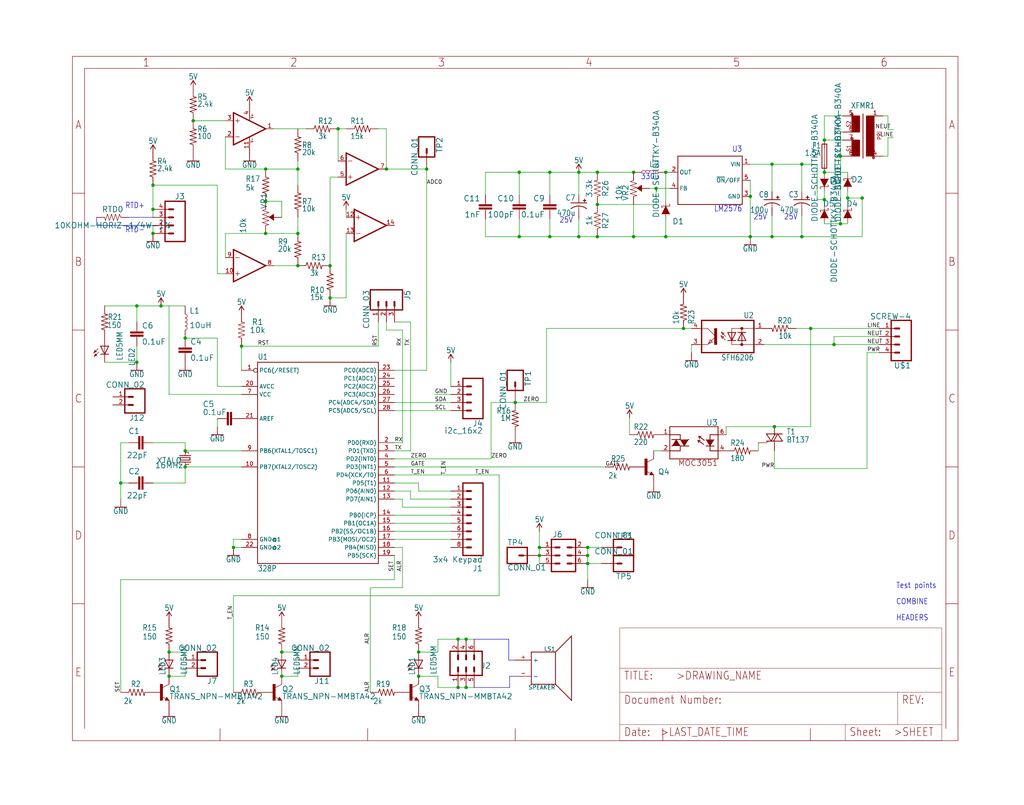
<source format=kicad_sch>
(kicad_sch (version 20220622) (generator eeschema)
  (paper "User" 323.088 254.051)
  (junction (at 185.42 177.8))
  (junction (at 104.14 83.82))
  (junction (at 53.34 213.36))
  (junction (at 58.42 147.32))
  (junction (at 199.898 54.356))
  (junction (at 121.92 53.34))
  (junction (at 263.144 108.712))
  (junction (at 243.586 74.676))
  (junction (at 73.66 172.72))
  (junction (at 38.1 152.4))
  (junction (at 188.468 54.356))
  (junction (at 104.14 93.98))
  (junction (at 260.096 54.356))
  (junction (at 163.83 74.676))
  (junction (at 188.468 64.516))
  (junction (at 48.26 66.04))
  (junction (at 244.348 134.62))
  (junction (at 188.468 74.676))
  (junction (at 132.08 205.74))
  (junction (at 48.26 58.42))
  (junction (at 134.62 53.34))
  (junction (at 93.98 73.66))
  (junction (at 182.626 54.356))
  (junction (at 147.066 216.916))
  (junction (at 265.176 70.612))
  (junction (at 255.778 103.632))
  (junction (at 58.42 142.24))
  (junction (at 267.462 62.484))
  (junction (at 53.34 205.74))
  (junction (at 265.176 49.276))
  (junction (at 93.98 53.34))
  (junction (at 260.096 44.196))
  (junction (at 210.058 74.676))
  (junction (at 83.82 53.34))
  (junction (at 210.058 54.356))
  (junction (at 272.034 62.484))
  (junction (at 236.728 74.676))
  (junction (at 147.066 201.676))
  (junction (at 83.82 63.5))
  (junction (at 132.08 213.36))
  (junction (at 50.8 96.52))
  (junction (at 185.42 175.26))
  (junction (at 252.984 74.676))
  (junction (at 60.96 38.1))
  (junction (at 252.984 51.816))
  (junction (at 58.42 106.68))
  (junction (at 88.9 205.74))
  (junction (at 76.2 109.22))
  (junction (at 88.9 213.36))
  (junction (at 83.82 73.66))
  (junction (at 93.98 83.82))
  (junction (at 173.482 74.676))
  (junction (at 163.83 54.356))
  (junction (at 260.096 62.992))
  (junction (at 207.01 59.436))
  (junction (at 236.728 61.976))
  (junction (at 162.56 127))
  (junction (at 182.626 74.676))
  (junction (at 43.18 96.52))
  (junction (at 199.898 74.676))
  (junction (at 215.646 103.632))
  (junction (at 185.42 172.72))
  (junction (at 43.18 114.3))
  (junction (at 48.26 73.66))
  (junction (at 243.586 51.816))
  (junction (at 170.18 172.72))
  (junction (at 144.526 201.676))
  (junction (at 144.526 216.916))
  (junction (at 173.482 54.356))
  (junction (at 106.68 40.64))
  (junction (at 170.18 175.26))
  (wire (pts (xy 38.1 218.44) (xy 38.1 182.88)))
  (wire (pts (xy 170.18 172.72) (xy 170.18 167.64)))
  (wire (pts (xy 281.94 40.894) (xy 280.162 40.894)))
  (wire (pts (xy 211.328 54.356) (xy 210.058 54.356)))
  (wire (pts (xy 127 160.02) (xy 127 157.48)))
  (wire (pts (xy 124.46 162.56) (xy 142.24 162.56)))
  (wire (pts (xy 127 104.14) (xy 121.92 104.14)))
  (wire (pts (xy 207.01 59.436) (xy 204.978 59.436)))
  (wire (pts (xy 260.096 44.196) (xy 260.096 36.576)))
  (wire (pts (xy 76.2 124.46) (xy 53.34 124.46)))
  (wire (pts (xy 68.58 121.92) (xy 68.58 106.68)))
  (wire (pts (xy 153.162 61.468) (xy 153.162 54.356)))
  (wire (pts (xy 142.24 114.3) (xy 142.24 121.92)))
  (wire (pts (xy 153.162 69.088) (xy 153.162 74.676)))
  (wire (pts (xy 93.98 205.74) (xy 88.9 205.74)))
  (wire (pts (xy 76.2 109.22) (xy 119.38 109.22)))
  (wire (pts (xy 182.626 54.356) (xy 188.468 54.356)))
  (wire (pts (xy 147.066 216.916) (xy 149.606 216.916)))
  (wire (pts (xy 73.66 172.72) (xy 73.66 170.18)))
  (wire (pts (xy 173.482 69.088) (xy 173.482 74.676)))
  (wire (pts (xy 132.08 154.94) (xy 132.08 152.4)))
  (wire (pts (xy 280.162 43.434) (xy 280.162 49.276)))
  (wire (pts (xy 163.83 54.356) (xy 173.482 54.356)))
  (wire (pts (xy 153.162 74.676) (xy 163.83 74.676)))
  (polyline (pts (xy 162.56 208.28) (xy 160.528 208.28)))
  (wire (pts (xy 157.48 187.96) (xy 157.48 149.86)))
  (wire (pts (xy 109.22 40.64) (xy 106.68 40.64)))
  (wire (pts (xy 267.462 54.356) (xy 267.462 55.118)))
  (wire (pts (xy 243.586 60.452) (xy 243.586 51.816)))
  (wire (pts (xy 124.46 129.54) (xy 142.24 129.54)))
  (wire (pts (xy 185.42 175.26) (xy 185.42 177.8)))
  (wire (pts (xy 33.02 114.3) (xy 43.18 114.3)))
  (wire (pts (xy 260.096 70.104) (xy 260.096 70.612)))
  (wire (pts (xy 124.46 149.86) (xy 157.48 149.86)))
  (wire (pts (xy 251.206 103.632) (xy 255.778 103.632)))
  (wire (pts (xy 124.46 144.78) (xy 154.94 144.78)))
  (polyline (pts (xy 160.782 216.916) (xy 160.782 213.36)))
  (wire (pts (xy 142.24 154.94) (xy 132.08 154.94)))
  (wire (pts (xy 236.728 74.676) (xy 210.058 74.676)))
  (wire (pts (xy 93.98 208.28) (xy 93.98 205.74)))
  (wire (pts (xy 134.62 116.84) (xy 134.62 53.34)))
  (wire (pts (xy 263.144 106.172) (xy 277.368 106.172)))
  (wire (pts (xy 172.466 103.632) (xy 215.646 103.632)))
  (wire (pts (xy 243.586 68.072) (xy 243.586 74.676)))
  (wire (pts (xy 129.54 142.24) (xy 129.54 101.6)))
  (wire (pts (xy 53.34 96.52) (xy 53.34 124.46)))
  (wire (pts (xy 144.526 201.676) (xy 147.066 201.676)))
  (wire (pts (xy 121.92 53.34) (xy 134.62 53.34)))
  (wire (pts (xy 154.94 144.78) (xy 154.94 127)))
  (wire (pts (xy 260.096 62.992) (xy 260.096 65.024)))
  (wire (pts (xy 260.096 36.576) (xy 265.938 36.576)))
  (wire (pts (xy 127 185.42) (xy 116.84 185.42)))
  (wire (pts (xy 265.176 49.276) (xy 265.176 70.612)))
  (wire (pts (xy 265.176 41.656) (xy 265.176 49.276)))
  (wire (pts (xy 208.788 142.24) (xy 206.248 142.24)))
  (wire (pts (xy 265.176 70.612) (xy 267.462 70.612)))
  (wire (pts (xy 58.42 208.28) (xy 58.42 205.74)))
  (wire (pts (xy 58.42 205.74) (xy 53.34 205.74)))
  (wire (pts (xy 73.66 218.44) (xy 73.66 187.96)))
  (wire (pts (xy 138.176 216.916) (xy 144.526 216.916)))
  (wire (pts (xy 53.34 213.36) (xy 58.42 213.36)))
  (wire (pts (xy 257.81 62.992) (xy 257.81 51.816)))
  (wire (pts (xy 48.26 66.04) (xy 48.26 58.42)))
  (wire (pts (xy 182.626 69.088) (xy 182.626 74.676)))
  (polyline (pts (xy 30.48 71.12) (xy 30.48 68.58)))
  (wire (pts (xy 255.778 103.632) (xy 277.368 103.632)))
  (wire (pts (xy 38.1 139.7) (xy 38.1 152.4)))
  (wire (pts (xy 273.558 147.828) (xy 273.558 111.252)))
  (wire (pts (xy 132.08 213.36) (xy 138.176 213.36)))
  (wire (pts (xy 199.898 64.516) (xy 199.898 74.676)))
  (wire (pts (xy 129.54 101.6) (xy 124.46 101.6)))
  (wire (pts (xy 71.12 86.36) (xy 68.58 86.36)))
  (wire (pts (xy 121.92 104.14) (xy 121.92 101.6)))
  (wire (pts (xy 71.12 73.66) (xy 83.82 73.66)))
  (wire (pts (xy 138.176 205.74) (xy 138.176 201.676)))
  (wire (pts (xy 124.46 170.18) (xy 142.24 170.18)))
  (wire (pts (xy 260.096 60.198) (xy 260.096 62.992)))
  (wire (pts (xy 243.586 51.816) (xy 252.984 51.816)))
  (wire (pts (xy 280.162 49.276) (xy 278.638 49.276)))
  (wire (pts (xy 88.9 213.36) (xy 93.98 213.36)))
  (wire (pts (xy 162.56 127) (xy 172.466 127)))
  (wire (pts (xy 163.83 74.676) (xy 173.482 74.676)))
  (wire (pts (xy 104.14 93.98) (xy 109.22 93.98)))
  (wire (pts (xy 124.46 172.72) (xy 127 172.72)))
  (wire (pts (xy 182.626 74.676) (xy 188.468 74.676)))
  (wire (pts (xy 83.82 73.66) (xy 93.98 73.66)))
  (wire (pts (xy 198.628 137.16) (xy 198.628 131.826)))
  (wire (pts (xy 68.58 58.42) (xy 48.26 58.42)))
  (wire (pts (xy 199.898 74.676) (xy 188.468 74.676)))
  (wire (pts (xy 277.368 111.252) (xy 273.558 111.252)))
  (wire (pts (xy 207.01 64.516) (xy 207.01 59.436)))
  (wire (pts (xy 83.82 53.34) (xy 93.98 53.34)))
  (wire (pts (xy 43.18 96.52) (xy 43.18 101.6)))
  (wire (pts (xy 43.18 114.3) (xy 43.18 109.22)))
  (wire (pts (xy 132.08 205.74) (xy 138.176 205.74)))
  (wire (pts (xy 277.368 108.712) (xy 263.144 108.712)))
  (wire (pts (xy 210.058 63.754) (xy 210.058 54.356)))
  (wire (pts (xy 88.9 68.58) (xy 88.9 63.5)))
  (wire (pts (xy 244.348 134.62) (xy 255.778 134.62)))
  (wire (pts (xy 265.938 41.656) (xy 265.176 41.656)))
  (wire (pts (xy 236.728 51.816) (xy 243.586 51.816)))
  (wire (pts (xy 188.468 54.356) (xy 199.898 54.356)))
  (polyline (pts (xy 40.64 68.58) (xy 48.26 68.58)))
  (wire (pts (xy 147.066 216.916) (xy 144.526 216.916)))
  (wire (pts (xy 93.98 213.36) (xy 93.98 210.82)))
  (wire (pts (xy 88.9 63.5) (xy 83.82 63.5)))
  (wire (pts (xy 281.94 43.434) (xy 280.162 43.434)))
  (wire (pts (xy 40.64 152.4) (xy 38.1 152.4)))
  (wire (pts (xy 68.58 86.36) (xy 68.58 58.42)))
  (wire (pts (xy 241.046 108.712) (xy 263.144 108.712)))
  (wire (pts (xy 71.12 53.34) (xy 83.82 53.34)))
  (wire (pts (xy 124.46 139.7) (xy 127 139.7)))
  (wire (pts (xy 260.096 62.992) (xy 257.81 62.992)))
  (wire (pts (xy 280.162 36.576) (xy 278.638 36.576)))
  (wire (pts (xy 163.83 69.088) (xy 163.83 74.676)))
  (wire (pts (xy 50.8 96.52) (xy 43.18 96.52)))
  (wire (pts (xy 280.162 40.894) (xy 280.162 36.576)))
  (wire (pts (xy 173.482 54.356) (xy 182.626 54.356)))
  (polyline (pts (xy 160.528 201.676) (xy 149.606 201.676)))
  (wire (pts (xy 218.186 108.712) (xy 218.186 111.252)))
  (wire (pts (xy 252.984 74.676) (xy 243.586 74.676)))
  (wire (pts (xy 267.462 62.484) (xy 272.034 62.484)))
  (wire (pts (xy 71.12 81.28) (xy 71.12 73.66)))
  (wire (pts (xy 104.14 55.88) (xy 104.14 83.82)))
  (wire (pts (xy 106.68 40.64) (xy 106.68 50.8)))
  (wire (pts (xy 38.1 182.88) (xy 124.46 182.88)))
  (wire (pts (xy 173.482 74.676) (xy 182.626 74.676)))
  (wire (pts (xy 185.42 172.72) (xy 189.738 172.72)))
  (wire (pts (xy 206.248 152.4) (xy 206.248 152.654)))
  (wire (pts (xy 210.058 74.676) (xy 199.898 74.676)))
  (wire (pts (xy 252.984 60.452) (xy 252.984 51.816)))
  (wire (pts (xy 172.466 127) (xy 172.466 103.632)))
  (wire (pts (xy 272.034 74.676) (xy 252.984 74.676)))
  (wire (pts (xy 58.42 106.68) (xy 68.58 106.68)))
  (wire (pts (xy 124.46 182.88) (xy 124.46 175.26)))
  (wire (pts (xy 185.42 175.26) (xy 185.42 172.72)))
  (wire (pts (xy 48.26 71.12) (xy 48.26 73.66)))
  (wire (pts (xy 93.98 73.66) (xy 93.98 68.58)))
  (wire (pts (xy 73.66 170.18) (xy 76.2 170.18)))
  (wire (pts (xy 58.42 213.36) (xy 58.42 210.82)))
  (wire (pts (xy 252.984 68.072) (xy 252.984 74.676)))
  (wire (pts (xy 211.328 59.436) (xy 207.01 59.436)))
  (wire (pts (xy 124.46 147.32) (xy 191.008 147.32)))
  (wire (pts (xy 127 157.48) (xy 124.46 157.48)))
  (wire (pts (xy 68.58 121.92) (xy 76.2 121.92)))
  (wire (pts (xy 86.36 83.82) (xy 93.98 83.82)))
  (wire (pts (xy 260.096 44.196) (xy 265.938 44.196)))
  (wire (pts (xy 58.42 152.4) (xy 48.26 152.4)))
  (wire (pts (xy 182.626 61.468) (xy 182.626 54.356)))
  (wire (pts (xy 116.84 185.42) (xy 116.84 218.44)))
  (wire (pts (xy 243.586 74.676) (xy 236.728 74.676)))
  (wire (pts (xy 121.92 40.64) (xy 119.38 40.64)))
  (wire (pts (xy 272.034 62.484) (xy 272.034 74.676)))
  (wire (pts (xy 124.46 116.84) (xy 134.62 116.84)))
  (wire (pts (xy 142.24 124.46) (xy 137.16 124.46)))
  (wire (pts (xy 255.778 134.62) (xy 255.778 103.632)))
  (wire (pts (xy 58.42 147.32) (xy 58.42 152.4)))
  (wire (pts (xy 215.646 103.632) (xy 218.186 103.632)))
  (wire (pts (xy 170.18 177.8) (xy 170.18 175.26)))
  (wire (pts (xy 185.42 177.8) (xy 185.42 182.88)))
  (wire (pts (xy 76.2 109.22) (xy 76.2 116.84)))
  (wire (pts (xy 76.2 147.32) (xy 58.42 147.32)))
  (wire (pts (xy 93.98 53.34) (xy 93.98 58.42)))
  (wire (pts (xy 121.92 53.34) (xy 121.92 40.64)))
  (wire (pts (xy 33.02 96.52) (xy 43.18 96.52)))
  (wire (pts (xy 260.096 70.612) (xy 265.176 70.612)))
  (wire (pts (xy 154.94 127) (xy 162.56 127)))
  (wire (pts (xy 265.176 49.276) (xy 265.938 49.276)))
  (wire (pts (xy 109.22 68.58) (xy 109.22 66.04)))
  (wire (pts (xy 58.42 142.24) (xy 76.2 142.24)))
  (wire (pts (xy 263.144 108.712) (xy 263.144 106.172)))
  (wire (pts (xy 138.176 201.676) (xy 144.526 201.676)))
  (wire (pts (xy 272.034 62.484) (xy 272.288 62.484)))
  (wire (pts (xy 124.46 142.24) (xy 129.54 142.24)))
  (polyline (pts (xy 160.528 208.28) (xy 160.528 201.676)))
  (wire (pts (xy 129.54 157.48) (xy 142.24 157.48)))
  (wire (pts (xy 142.24 160.02) (xy 127 160.02)))
  (wire (pts (xy 210.058 68.834) (xy 210.058 74.676)))
  (wire (pts (xy 127 185.42) (xy 127 172.72)))
  (wire (pts (xy 40.64 139.7) (xy 38.1 139.7)))
  (wire (pts (xy 229.108 134.62) (xy 229.108 137.16)))
  (wire (pts (xy 244.348 142.24) (xy 244.348 147.828)))
  (wire (pts (xy 68.58 132.08) (xy 68.58 134.62)))
  (wire (pts (xy 188.468 64.516) (xy 207.01 64.516)))
  (wire (pts (xy 173.482 61.468) (xy 173.482 54.356)))
  (wire (pts (xy 119.38 101.6) (xy 119.38 109.22)))
  (wire (pts (xy 73.66 187.96) (xy 157.48 187.96)))
  (wire (pts (xy 124.46 165.1) (xy 142.24 165.1)))
  (wire (pts (xy 48.26 139.7) (xy 58.42 139.7)))
  (polyline (pts (xy 162.56 213.36) (xy 160.782 213.36)))
  (wire (pts (xy 239.268 139.7) (xy 239.268 142.24)))
  (wire (pts (xy 185.42 177.8) (xy 189.738 177.8)))
  (wire (pts (xy 129.54 154.94) (xy 129.54 157.48)))
  (wire (pts (xy 138.176 213.36) (xy 138.176 216.916)))
  (wire (pts (xy 127 139.7) (xy 127 104.14)))
  (wire (pts (xy 153.162 54.356) (xy 163.83 54.356)))
  (wire (pts (xy 229.108 134.62) (xy 244.348 134.62)))
  (wire (pts (xy 86.36 40.64) (xy 96.52 40.64)))
  (wire (pts (xy 147.066 201.676) (xy 149.606 201.676)))
  (polyline (pts (xy 48.26 71.12) (xy 30.48 71.12)))
  (wire (pts (xy 38.1 152.4) (xy 38.1 157.48)))
  (wire (pts (xy 170.18 175.26) (xy 170.18 172.72)))
  (polyline (pts (xy 149.606 216.916) (xy 160.782 216.916)))
  (wire (pts (xy 132.08 152.4) (xy 124.46 152.4)))
  (wire (pts (xy 267.462 62.484) (xy 267.462 60.198)))
  (wire (pts (xy 104.14 55.88) (xy 106.68 55.88)))
  (wire (pts (xy 244.348 147.828) (xy 273.558 147.828)))
  (wire (pts (xy 163.83 61.468) (xy 163.83 54.356)))
  (wire (pts (xy 76.2 172.72) (xy 73.66 172.72)))
  (wire (pts (xy 124.46 127) (xy 142.24 127)))
  (wire (pts (xy 236.728 56.896) (xy 236.728 61.976)))
  (wire (pts (xy 260.096 54.356) (xy 267.462 54.356)))
  (wire (pts (xy 236.728 74.676) (xy 236.728 61.976)))
  (wire (pts (xy 93.98 53.34) (xy 93.98 50.8)))
  (wire (pts (xy 124.46 167.64) (xy 142.24 167.64)))
  (wire (pts (xy 48.26 68.58) (xy 48.26 66.04)))
  (wire (pts (xy 124.46 154.94) (xy 129.54 154.94)))
  (wire (pts (xy 50.8 96.52) (xy 58.42 96.52)))
  (wire (pts (xy 267.462 65.024) (xy 267.462 62.484)))
  (wire (pts (xy 71.12 43.18) (xy 71.12 53.34)))
  (wire (pts (xy 109.22 93.98) (xy 109.22 73.66)))
  (wire (pts (xy 58.42 139.7) (xy 58.42 142.24)))
  (wire (pts (xy 260.096 55.118) (xy 260.096 54.356)))
  (wire (pts (xy 267.462 70.612) (xy 267.462 70.104)))
  (wire (pts (xy 71.12 38.1) (xy 60.96 38.1)))
  (wire (pts (xy 252.984 51.816) (xy 257.81 51.816)))
  (text "330u" (at 208.026 56.896 0) (effects (font (size 1.778 1.5113)) (justify right bottom)))
  (text "RTD-" (at 45.72 73.66 0) (effects (font (size 1.778 1.5113)) (justify right bottom)))
  (text "25V" (at 251.714 69.596 0) (effects (font (size 1.778 1.5113)) (justify right bottom)))
  (text "COMBINE" (at 282.702 191.008 0) (effects (font (size 1.778 1.5113)) (justify left bottom)))
  (text "Test points" (at 282.702 185.928 0) (effects (font (size 1.778 1.5113)) (justify left bottom)))
  (text "U3" (at 234.188 48.26 0) (effects (font (size 1.778 1.5113)) (justify right bottom)))
  (text "25V" (at 242.062 69.596 0) (effects (font (size 1.778 1.5113)) (justify right bottom)))
  (text "RTD+" (at 45.72 66.04 0) (effects (font (size 1.778 1.5113)) (justify right bottom)))
  (text "LM2576" (at 234.188 67.056 0) (effects (font (size 1.778 1.5113)) (justify right bottom)))
  (text "25V" (at 180.848 70.612 0) (effects (font (size 1.778 1.5113)) (justify right bottom)))
  (text "HEADERS" (at 282.702 196.088 0) (effects (font (size 1.778 1.5113)) (justify left bottom)))
  (label "TX" (at 124.46 142.24 0) (effects (font (size 1.2446 1.2446))))
  (label "ZERO" (at 154.94 144.78 0) (effects (font (size 1.2446 1.2446))))
  (label "NEUT" (at 273.558 106.172 0) (effects (font (size 1.2446 1.2446))))
  (label "RX" (at 127 109.22 90) (effects (font (size 1.2446 1.2446))))
  (label "LINE" (at 273.558 103.632 0) (effects (font (size 1.2446 1.2446))))
  (label "SDA" (at 137.16 127 0) (effects (font (size 1.2446 1.2446))))
  (label "ALR" (at 116.84 203.2 90) (effects (font (size 1.2446 1.2446))))
  (label "T_EN" (at 149.86 149.86 0) (effects (font (size 1.2446 1.2446))))
  (label "NEUT" (at 273.558 108.712 0) (effects (font (size 1.2446 1.2446))))
  (label "SET" (at 38.1 218.44 90) (effects (font (size 1.2446 1.2446))))
  (label "TX" (at 129.54 109.22 90) (effects (font (size 1.2446 1.2446))))
  (label "GATE" (at 191.008 147.32 0) (effects (font (size 1.2446 1.2446))))
  (label "ZERO" (at 165.1 127 0) (effects (font (size 1.2446 1.2446))))
  (label "ALR" (at 116.84 218.44 90) (effects (font (size 1.2446 1.2446))))
  (label "NEUT" (at 281.051 40.894 180) (effects (font (size 1.2446 1.2446))))
  (label "RST" (at 119.38 109.22 90) (effects (font (size 1.2446 1.2446))))
  (label "RX" (at 124.46 139.7 0) (effects (font (size 1.2446 1.2446))))
  (label "RST" (at 81.28 109.22 0) (effects (font (size 1.2446 1.2446))))
  (label "T_EN" (at 140.97 149.86 90) (effects (font (size 1.2446 1.2446))))
  (label "GND" (at 137.16 124.46 0) (effects (font (size 1.2446 1.2446))))
  (label "T_EN" (at 73.66 195.58 90) (effects (font (size 1.2446 1.2446))))
  (label "ZERO" (at 129.54 144.78 0) (effects (font (size 1.2446 1.2446))))
  (label "SCL" (at 137.16 129.54 0) (effects (font (size 1.2446 1.2446))))
  (label "LINE" (at 281.94 43.434 180) (effects (font (size 1.2446 1.2446))))
  (label "SET" (at 124.46 180.34 90) (effects (font (size 1.2446 1.2446))))
  (label "PWR" (at 244.348 147.828 180) (effects (font (size 1.2446 1.2446))))
  (label "PWR" (at 273.558 111.252 0) (effects (font (size 1.2446 1.2446))))
  (label "GATE" (at 129.54 147.32 0) (effects (font (size 1.2446 1.2446))))
  (label "T_EN" (at 129.54 149.86 0) (effects (font (size 1.2446 1.2446))))
  (label "ALR" (at 127 180.34 90) (effects (font (size 1.2446 1.2446))))
  (label "ADC0" (at 134.62 58.42 0) (effects (font (size 1.2446 1.2446))))
  (symbol (lib_id "Granny Safe all Inclusive-eagle-import:ATMEGA328P_PDIP") (at 99.06 142.24 0) (unit 1)
    (default_instance (reference "U") (unit 1) (value "") (footprint ""))
    (property "Reference" "U1" (at 81.28 113.538 0) (effects (font (size 1.778 1.5113)) (justify left bottom)))
    (property "Value" "328P" (at 81.28 180.34 0) (effects (font (size 1.778 1.5113)) (justify left bottom)))
    (property "Footprint" "Granny Safe all Inclusive:DIP28" (effects hide))
  )
  (symbol (lib_id "Granny Safe all Inclusive-eagle-import:1.0NF{slash}1000PF-0603-50V-10%") (at 153.162 66.548 0) (mirror y) (unit 1)
    (default_instance (reference "U") (unit 1) (value "") (footprint ""))
    (property "Reference" "C11" (at 151.638 63.627 0) (effects (font (size 1.778 1.778)) (justify left bottom)))
    (property "Value" "1nF" (at 151.638 68.707 0) (effects (font (size 1.778 1.778)) (justify left bottom)))
    (property "Footprint" "Granny Safe all Inclusive:0603" (effects hide))
  )
  (symbol (lib_id "Granny Safe all Inclusive-eagle-import:GND") (at 185.42 185.42 0) (unit 1)
    (default_instance (reference "U") (unit 1) (value "") (footprint ""))
    (property "Reference" "#GND6" (effects hide))
    (property "Value" "GND" (at 185.42 185.674 0) (effects (font (size 1.778 1.5113)) (justify top)))
    (property "Footprint" "Granny Safe all Inclusive:" (effects hide))
  )
  (symbol (lib_id "Granny Safe all Inclusive-eagle-import:TRANS_NPN-MMBTA42") (at 203.708 147.32 0) (unit 1)
    (default_instance (reference "U") (unit 1) (value "") (footprint ""))
    (property "Reference" "Q4" (at 207.518 149.86 0) (effects (font (size 1.778 1.778)) (justify left bottom)))
    (property "Value" "2N3904" (effects hide))
    (property "Footprint" "Granny Safe all Inclusive:SOT23-3" (effects hide))
  )
  (symbol (lib_id "Granny Safe all Inclusive-eagle-import:R-US_R0603") (at 114.3 40.64 0) (unit 1)
    (default_instance (reference "U") (unit 1) (value "") (footprint ""))
    (property "Reference" "R11" (at 110.49 39.1414 0) (effects (font (size 1.778 1.5113)) (justify left bottom)))
    (property "Value" "15k" (at 110.49 43.942 0) (effects (font (size 1.778 1.5113)) (justify left bottom)))
    (property "Footprint" "Granny Safe all Inclusive:R0603" (effects hide))
  )
  (symbol (lib_id "Granny Safe all Inclusive-eagle-import:CONN_04") (at 147.32 124.46 180) (unit 1)
    (default_instance (reference "U") (unit 1) (value "") (footprint ""))
    (property "Reference" "J4" (at 152.4 132.588 0) (effects (font (size 1.778 1.778)) (justify left bottom)))
    (property "Value" "i2c_16x2" (at 152.4 134.874 0) (effects (font (size 1.778 1.778)) (justify left bottom)))
    (property "Footprint" "Granny Safe all Inclusive:1X04" (effects hide))
  )
  (symbol (lib_id "Granny Safe all Inclusive-eagle-import:CPOL-USE2-5") (at 243.586 62.992 0) (mirror y) (unit 1)
    (default_instance (reference "U") (unit 1) (value "") (footprint ""))
    (property "Reference" "C8" (at 242.57 62.357 0) (effects (font (size 1.778 1.5113)) (justify left bottom)))
    (property "Value" "100u" (at 242.57 67.183 0) (effects (font (size 1.778 1.5113)) (justify left bottom)))
    (property "Footprint" "Granny Safe all Inclusive:E2-5" (effects hide))
  )
  (symbol (lib_id "Granny Safe all Inclusive-eagle-import:5V") (at 132.08 195.58 0) (mirror y) (unit 1)
    (default_instance (reference "U") (unit 1) (value "") (footprint ""))
    (property "Reference" "#SUPPLY11" (effects hide))
    (property "Value" "5V" (at 132.08 192.786 0) (effects (font (size 1.778 1.5113)) (justify bottom)))
    (property "Footprint" "Granny Safe all Inclusive:" (effects hide))
  )
  (symbol (lib_id "Granny Safe all Inclusive-eagle-import:GND") (at 38.1 160.02 0) (unit 1)
    (default_instance (reference "U") (unit 1) (value "") (footprint ""))
    (property "Reference" "#GND19" (effects hide))
    (property "Value" "GND" (at 38.1 160.274 0) (effects (font (size 1.778 1.5113)) (justify top)))
    (property "Footprint" "Granny Safe all Inclusive:" (effects hide))
  )
  (symbol (lib_id "Granny Safe all Inclusive-eagle-import:GND") (at 162.56 139.7 0) (unit 1)
    (default_instance (reference "U") (unit 1) (value "") (footprint ""))
    (property "Reference" "#GND5" (effects hide))
    (property "Value" "GND" (at 162.56 139.954 0) (effects (font (size 1.778 1.5113)) (justify top)))
    (property "Footprint" "Granny Safe all Inclusive:" (effects hide))
  )
  (symbol (lib_id "Granny Safe all Inclusive-eagle-import:22PF-0603-50V-5%") (at 45.72 139.7 90) (unit 1)
    (default_instance (reference "U") (unit 1) (value "") (footprint ""))
    (property "Reference" "C1" (at 44.196 135.001 90) (effects (font (size 1.778 1.778)) (justify left bottom)))
    (property "Value" "22pF" (at 46.736 142.621 90) (effects (font (size 1.778 1.778)) (justify left bottom)))
    (property "Footprint" "Granny Safe all Inclusive:0603" (effects hide))
  )
  (symbol (lib_id "Granny Safe all Inclusive-eagle-import:DIODE-SCHOTTKY-B340A") (at 210.058 66.294 270) (mirror x) (unit 1)
    (default_instance (reference "U") (unit 1) (value "") (footprint ""))
    (property "Reference" "D1" (at 212.09 68.834 90) (effects (font (size 1.778 1.778)) (justify left bottom)))
    (property "Value" "DIODE-SCHOTTKY-B340A" (at 208.026 68.834 0) (effects (font (size 1.778 1.778)) (justify left top)))
    (property "Footprint" "Granny Safe all Inclusive:SMA-DIODE" (effects hide))
  )
  (symbol (lib_id "Granny Safe all Inclusive-eagle-import:R-US_R0603") (at 162.56 132.08 270) (mirror x) (unit 1)
    (default_instance (reference "U") (unit 1) (value "") (footprint ""))
    (property "Reference" "R16" (at 161.29 130.5814 90) (effects (font (size 1.778 1.5113)) (justify right top)))
    (property "Value" "1M" (at 161.29 132.842 90) (effects (font (size 1.778 1.5113)) (justify right top)))
    (property "Footprint" "Granny Safe all Inclusive:R0603" (effects hide))
  )
  (symbol (lib_id "Granny Safe all Inclusive-eagle-import:MCP604SL") (at 114.3 53.34 0) (mirror x) (unit 2)
    (default_instance (reference "U") (unit 1) (value "") (footprint ""))
    (property "Reference" "IC1" (effects hide))
    (property "Value" "MCP604SL" (effects hide))
    (property "Footprint" "Granny Safe all Inclusive:SO14" (effects hide))
  )
  (symbol (lib_id "Granny Safe all Inclusive-eagle-import:5V") (at 78.74 33.02 0) (unit 1)
    (default_instance (reference "U") (unit 1) (value "") (footprint ""))
    (property "Reference" "#SUPPLY7" (effects hide))
    (property "Value" "5V" (at 78.74 30.226 0) (effects (font (size 1.778 1.5113)) (justify bottom)))
    (property "Footprint" "Granny Safe all Inclusive:" (effects hide))
  )
  (symbol (lib_id "Granny Safe all Inclusive-eagle-import:R-US_R0603") (at 60.96 43.18 90) (unit 1)
    (default_instance (reference "U") (unit 1) (value "") (footprint ""))
    (property "Reference" "R6" (at 62.23 41.6814 90) (effects (font (size 1.778 1.5113)) (justify right top)))
    (property "Value" "100" (at 62.23 43.942 90) (effects (font (size 1.778 1.5113)) (justify right top)))
    (property "Footprint" "Granny Safe all Inclusive:R0603" (effects hide))
  )
  (symbol (lib_id "Granny Safe all Inclusive-eagle-import:GND") (at 88.9 226.06 0) (unit 1)
    (default_instance (reference "U") (unit 1) (value "") (footprint ""))
    (property "Reference" "#GND4" (effects hide))
    (property "Value" "GND" (at 88.9 226.314 0) (effects (font (size 1.778 1.5113)) (justify top)))
    (property "Footprint" "Granny Safe all Inclusive:" (effects hide))
  )
  (symbol (lib_id "Granny Safe all Inclusive-eagle-import:R-US_R0603") (at 53.34 200.66 90) (unit 1)
    (default_instance (reference "U") (unit 1) (value "") (footprint ""))
    (property "Reference" "R15" (at 49.53 197.0786 90) (effects (font (size 1.778 1.5113)) (justify left bottom)))
    (property "Value" "150" (at 49.53 199.898 90) (effects (font (size 1.778 1.5113)) (justify left bottom)))
    (property "Footprint" "Granny Safe all Inclusive:R0603" (effects hide))
  )
  (symbol (lib_id "Granny Safe all Inclusive-eagle-import:CONN_01") (at 162.56 119.38 270) (unit 1)
    (default_instance (reference "U") (unit 1) (value "") (footprint ""))
    (property "Reference" "TP1" (at 165.608 116.84 0) (effects (font (size 1.778 1.778)) (justify left bottom)))
    (property "Value" "CONN_01" (at 157.734 116.84 0) (effects (font (size 1.778 1.778)) (justify left bottom)))
    (property "Footprint" "Granny Safe all Inclusive:1X01" (effects hide))
  )
  (symbol (lib_id "Granny Safe all Inclusive-eagle-import:GND") (at 236.728 77.216 0) (mirror y) (unit 1)
    (default_instance (reference "U") (unit 1) (value "") (footprint ""))
    (property "Reference" "#GND2" (effects hide))
    (property "Value" "GND" (at 236.728 77.47 0) (effects (font (size 1.778 1.5113)) (justify top)))
    (property "Footprint" "Granny Safe all Inclusive:" (effects hide))
  )
  (symbol (lib_id "Granny Safe all Inclusive-eagle-import:5V") (at 215.646 93.472 0) (unit 1)
    (default_instance (reference "U") (unit 1) (value "") (footprint ""))
    (property "Reference" "#SUPPLY12" (effects hide))
    (property "Value" "5V" (at 215.646 90.678 0) (effects (font (size 1.778 1.5113)) (justify bottom)))
    (property "Footprint" "Granny Safe all Inclusive:" (effects hide))
  )
  (symbol (lib_id "Granny Safe all Inclusive-eagle-import:CONN_03") (at 121.92 93.98 270) (unit 1)
    (default_instance (reference "U") (unit 1) (value "") (footprint ""))
    (property "Reference" "J5" (at 127.508 91.44 0) (effects (font (size 1.778 1.778)) (justify left bottom)))
    (property "Value" "CONN_03" (at 114.554 91.44 0) (effects (font (size 1.778 1.778)) (justify left bottom)))
    (property "Footprint" "Granny Safe all Inclusive:1X03" (effects hide))
  )
  (symbol (lib_id "Granny Safe all Inclusive-eagle-import:5V") (at 142.24 114.3 0) (mirror y) (unit 1)
    (default_instance (reference "U") (unit 1) (value "") (footprint ""))
    (property "Reference" "#SUPPLY3" (effects hide))
    (property "Value" "5V" (at 142.24 111.506 0) (effects (font (size 1.778 1.5113)) (justify bottom)))
    (property "Footprint" "Granny Safe all Inclusive:" (effects hide))
  )
  (symbol (lib_id "Granny Safe all Inclusive-eagle-import:0.1UF-0603-25V-(+80{slash}-20%)") (at 58.42 111.76 0) (unit 1)
    (default_instance (reference "U") (unit 1) (value "") (footprint ""))
    (property "Reference" "C4" (at 59.944 108.839 0) (effects (font (size 1.778 1.778)) (justify left bottom)))
    (property "Value" "0.1uF" (at 59.944 113.919 0) (effects (font (size 1.778 1.778)) (justify left bottom)))
    (property "Footprint" "Granny Safe all Inclusive:0603" (effects hide))
  )
  (symbol (lib_id "Granny Safe all Inclusive-eagle-import:TRANS_NPN-MMBTA42") (at 50.8 218.44 0) (unit 1)
    (default_instance (reference "U") (unit 1) (value "") (footprint ""))
    (property "Reference" "Q1" (at 53.34 218.44 0) (effects (font (size 1.778 1.778)) (justify left bottom)))
    (property "Value" "TRANS_NPN-MMBTA42" (at 53.34 220.726 0) (effects (font (size 1.778 1.778)) (justify left bottom)))
    (property "Footprint" "Granny Safe all Inclusive:SOT23-3" (effects hide))
  )
  (symbol (lib_id "Granny Safe all Inclusive-eagle-import:CONN_02") (at 66.04 208.28 180) (unit 1)
    (default_instance (reference "U") (unit 1) (value "") (footprint ""))
    (property "Reference" "J7" (at 68.58 213.868 0) (effects (font (size 1.778 1.778)) (justify left bottom)))
    (property "Value" "CONN_02" (at 68.58 203.454 0) (effects (font (size 1.778 1.778)) (justify left bottom)))
    (property "Footprint" "Granny Safe all Inclusive:1X02" (effects hide))
  )
  (symbol (lib_id "Granny Safe all Inclusive-eagle-import:GND") (at 53.34 226.06 0) (unit 1)
    (default_instance (reference "U") (unit 1) (value "") (footprint ""))
    (property "Reference" "#GND3" (effects hide))
    (property "Value" "GND" (at 53.34 226.314 0) (effects (font (size 1.778 1.5113)) (justify top)))
    (property "Footprint" "Granny Safe all Inclusive:" (effects hide))
  )
  (symbol (lib_id "Granny Safe all Inclusive-eagle-import:FRAME_A_L") (at 195.58 233.68 0) (unit 2)
    (default_instance (reference "U") (unit 1) (value "") (footprint ""))
    (property "Reference" "#FRAME1" (effects hide))
    (property "Value" "FRAME_A_L" (effects hide))
    (property "Footprint" "Granny Safe all Inclusive:" (effects hide))
  )
  (symbol (lib_id "Granny Safe all Inclusive-eagle-import:SPEAKER") (at 172.72 210.82 0) (unit 1)
    (default_instance (reference "U") (unit 1) (value "") (footprint ""))
    (property "Reference" "LS1" (at 175.26 205.486 0) (effects (justify right bottom)))
    (property "Value" "SPEAKER" (at 175.26 216.154 0) (effects (justify right top)))
    (property "Footprint" "Granny Safe all Inclusive:PCB_MOUNT_SPEAKER" (effects hide))
  )
  (symbol (lib_id "Granny Safe all Inclusive-eagle-import:R-US_R0603") (at 93.98 78.74 90) (unit 1)
    (default_instance (reference "U") (unit 1) (value "") (footprint ""))
    (property "Reference" "R9" (at 87.63 77.2414 90) (effects (font (size 1.778 1.5113)) (justify right top)))
    (property "Value" "20k" (at 87.63 79.502 90) (effects (font (size 1.778 1.5113)) (justify right top)))
    (property "Footprint" "Granny Safe all Inclusive:R0603" (effects hide))
  )
  (symbol (lib_id "Granny Safe all Inclusive-eagle-import:CRYSTAL-16MHZPTH-HC49US") (at 58.42 144.78 90) (unit 1)
    (default_instance (reference "U") (unit 1) (value "") (footprint ""))
    (property "Reference" "XTAL0" (at 53.34 144.272 90) (effects (font (size 1.778 1.778)) (justify bottom)))
    (property "Value" "16MHz" (at 53.34 147.828 90) (effects (font (size 1.778 1.778)) (justify top)))
    (property "Footprint" "Granny Safe all Inclusive:HC49US" (effects hide))
  )
  (symbol (lib_id "Granny Safe all Inclusive-eagle-import:R-US_R0603") (at 33.02 101.6 90) (unit 1)
    (default_instance (reference "U") (unit 1) (value "") (footprint ""))
    (property "Reference" "R21" (at 38.608 99.0346 90) (effects (font (size 1.778 1.5113)) (justify left bottom)))
    (property "Value" "150" (at 38.354 101.6 90) (effects (font (size 1.778 1.5113)) (justify left bottom)))
    (property "Footprint" "Granny Safe all Inclusive:R0603" (effects hide))
  )
  (symbol (lib_id "Granny Safe all Inclusive-eagle-import:CONN_02") (at 43.18 125.222 180) (unit 1)
    (default_instance (reference "U") (unit 1) (value "") (footprint ""))
    (property "Reference" "J12" (at 45.72 130.81 0) (effects (font (size 1.778 1.778)) (justify left bottom)))
    (property "Value" "CONN_02" (at 45.72 120.396 0) (effects (font (size 1.778 1.778)) (justify left bottom)))
    (property "Footprint" "Granny Safe all Inclusive:1X02" (effects hide))
  )
  (symbol (lib_id "Granny Safe all Inclusive-eagle-import:MCP604SL") (at 78.74 83.82 0) (mirror x) (unit 3)
    (default_instance (reference "U") (unit 1) (value "") (footprint ""))
    (property "Reference" "IC1" (effects hide))
    (property "Value" "MCP604SL" (effects hide))
    (property "Footprint" "Granny Safe all Inclusive:SO14" (effects hide))
  )
  (symbol (lib_id "Granny Safe all Inclusive-eagle-import:R-US_R0603") (at 215.646 98.552 270) (mirror x) (unit 1)
    (default_instance (reference "U") (unit 1) (value "") (footprint ""))
    (property "Reference" "R23" (at 217.1446 102.362 0) (effects (font (size 1.778 1.5113)) (justify left bottom)))
    (property "Value" "10k" (at 212.344 102.362 0) (effects (font (size 1.778 1.5113)) (justify left bottom)))
    (property "Footprint" "Granny Safe all Inclusive:R0603" (effects hide))
  )
  (symbol (lib_id "Granny Safe all Inclusive-eagle-import:5V") (at 88.9 195.58 0) (mirror y) (unit 1)
    (default_instance (reference "U") (unit 1) (value "") (footprint ""))
    (property "Reference" "#SUPPLY9" (effects hide))
    (property "Value" "5V" (at 88.9 192.786 0) (effects (font (size 1.778 1.5113)) (justify bottom)))
    (property "Footprint" "Granny Safe all Inclusive:" (effects hide))
  )
  (symbol (lib_id "Granny Safe all Inclusive-eagle-import:MCP604SL") (at 78.74 40.64 0) (unit 1)
    (default_instance (reference "U") (unit 1) (value "") (footprint ""))
    (property "Reference" "IC1" (effects hide))
    (property "Value" "MCP604SL" (effects hide))
    (property "Footprint" "Granny Safe all Inclusive:SO14" (effects hide))
  )
  (symbol (lib_id "Granny Safe all Inclusive-eagle-import:R-US_R0603") (at 246.126 103.632 0) (mirror y) (unit 1)
    (default_instance (reference "U") (unit 1) (value "") (footprint ""))
    (property "Reference" "R20" (at 249.936 102.1334 0) (effects (font (size 1.778 1.5113)) (justify left bottom)))
    (property "Value" "10k" (at 249.936 106.934 0) (effects (font (size 1.778 1.5113)) (justify left bottom)))
    (property "Footprint" "Granny Safe all Inclusive:R0603" (effects hide))
  )
  (symbol (lib_id "Granny Safe all Inclusive-eagle-import:0.1UF-0603-25V-(+80{slash}-20%)") (at 43.18 106.68 0) (unit 1)
    (default_instance (reference "U") (unit 1) (value "") (footprint ""))
    (property "Reference" "C6" (at 44.704 103.759 0) (effects (font (size 1.778 1.778)) (justify left bottom)))
    (property "Value" "0.1uF" (at 44.704 108.839 0) (effects (font (size 1.778 1.778)) (justify left bottom)))
    (property "Footprint" "Granny Safe all Inclusive:0603" (effects hide))
  )
  (symbol (lib_id "Granny Safe all Inclusive-eagle-import:R-US_R0603") (at 43.18 218.44 0) (unit 1)
    (default_instance (reference "U") (unit 1) (value "") (footprint ""))
    (property "Reference" "R2" (at 44.45 214.8586 0) (effects (font (size 1.778 1.5113)) (justify right top)))
    (property "Value" "2k" (at 41.91 220.218 0) (effects (font (size 1.778 1.5113)) (justify right top)))
    (property "Footprint" "Granny Safe all Inclusive:R0603" (effects hide))
  )
  (symbol (lib_id "Granny Safe all Inclusive-eagle-import:CPOL-USE3.5-8") (at 182.626 64.008 0) (mirror y) (unit 1)
    (default_instance (reference "U") (unit 1) (value "") (footprint ""))
    (property "Reference" "C7" (at 181.61 63.373 0) (effects (font (size 1.778 1.5113)) (justify left bottom)))
    (property "Value" "470u" (at 181.61 68.199 0) (effects (font (size 1.778 1.5113)) (justify left bottom)))
    (property "Footprint" "Granny Safe all Inclusive:E3,5-8" (effects hide))
  )
  (symbol (lib_id "Granny Safe all Inclusive-eagle-import:DIODE-SCHOTTKY-B340A") (at 267.462 57.658 270) (mirror x) (unit 1)
    (default_instance (reference "U") (unit 1) (value "") (footprint ""))
    (property "Reference" "D2" (at 272.288 57.658 90) (effects (font (size 1.778 1.778)) (justify right top)))
    (property "Value" "DIODE-SCHOTTKY-B340A" (at 265.43 60.198 0) (effects (font (size 1.778 1.778)) (justify left top)))
    (property "Footprint" "Granny Safe all Inclusive:SMA-DIODE" (effects hide))
  )
  (symbol (lib_id "Granny Safe all Inclusive-eagle-import:R-US_R0603") (at 48.26 53.34 90) (unit 1)
    (default_instance (reference "U") (unit 1) (value "") (footprint ""))
    (property "Reference" "R4" (at 49.53 51.8414 90) (effects (font (size 1.778 1.5113)) (justify right top)))
    (property "Value" "2.4k" (at 49.53 54.102 90) (effects (font (size 1.778 1.5113)) (justify right top)))
    (property "Footprint" "Granny Safe all Inclusive:R0603" (effects hide))
  )
  (symbol (lib_id "Granny Safe all Inclusive-eagle-import:MCP604SL") (at 78.74 40.64 0) (unit 5)
    (default_instance (reference "U") (unit 1) (value "") (footprint ""))
    (property "Reference" "IC1" (effects hide))
    (property "Value" "MCP604SL" (effects hide))
    (property "Footprint" "Granny Safe all Inclusive:SO14" (effects hide))
  )
  (symbol (lib_id "Granny Safe all Inclusive-eagle-import:TE5") (at 260.096 49.276 90) (mirror x) (unit 1)
    (default_instance (reference "U") (unit 1) (value "") (footprint ""))
    (property "Reference" "F1" (at 256.159 44.958 90) (effects (font (size 1.778 1.5113)) (justify right top)))
    (property "Value" "1.5A" (at 253.873 47.244 90) (effects (font (size 1.778 1.5113)) (justify right top)))
    (property "Footprint" "Granny Safe all Inclusive:TE5" (effects hide))
  )
  (symbol (lib_id "Granny Safe all Inclusive-eagle-import:GND") (at 68.58 137.16 0) (unit 1)
    (default_instance (reference "U") (unit 1) (value "") (footprint ""))
    (property "Reference" "#GND1" (effects hide))
    (property "Value" "GND" (at 68.58 137.414 0) (effects (font (size 1.778 1.5113)) (justify top)))
    (property "Footprint" "Granny Safe all Inclusive:" (effects hide))
  )
  (symbol (lib_id "Granny Safe all Inclusive-eagle-import:BT137") (at 244.348 139.7 0) (unit 1)
    (default_instance (reference "U") (unit 1) (value "") (footprint ""))
    (property "Reference" "T1" (at 248.158 137.16 0) (effects (font (size 1.778 1.5113)) (justify left bottom)))
    (property "Value" "BT137" (at 248.158 139.7 0) (effects (font (size 1.778 1.5113)) (justify left bottom)))
    (property "Footprint" "Granny Safe all Inclusive:TO220BV" (effects hide))
  )
  (symbol (lib_id "Granny Safe all Inclusive-eagle-import:GND") (at 73.66 175.26 0) (unit 1)
    (default_instance (reference "U") (unit 1) (value "") (footprint ""))
    (property "Reference" "#GND21" (effects hide))
    (property "Value" "GND" (at 73.66 175.514 0) (effects (font (size 1.778 1.5113)) (justify top)))
    (property "Footprint" "Granny Safe all Inclusive:" (effects hide))
  )
  (symbol (lib_id "Granny Safe all Inclusive-eagle-import:0.1UF-0603-25V-5%") (at 173.482 66.548 0) (mirror y) (unit 1)
    (default_instance (reference "U") (unit 1) (value "") (footprint ""))
    (property "Reference" "C9" (at 171.958 63.627 0) (effects (font (size 1.778 1.778)) (justify left bottom)))
    (property "Value" "0.1uF" (at 171.958 68.707 0) (effects (font (size 1.778 1.778)) (justify left bottom)))
    (property "Footprint" "Granny Safe all Inclusive:0603" (effects hide))
  )
  (symbol (lib_id "Granny Safe all Inclusive-eagle-import:SFH6206") (at 230.886 106.172 0) (mirror y) (unit 1)
    (default_instance (reference "U") (unit 1) (value "") (footprint ""))
    (property "Reference" "U2" (at 237.871 100.457 0) (effects (font (size 1.778 1.5113)) (justify left bottom)))
    (property "Value" "SFH6206" (at 237.871 113.792 0) (effects (font (size 1.778 1.5113)) (justify left bottom)))
    (property "Footprint" "Granny Safe all Inclusive:DIL4-SMD" (effects hide))
  )
  (symbol (lib_id "Granny Safe all Inclusive-eagle-import:R-US_R0603") (at 101.6 40.64 0) (unit 1)
    (default_instance (reference "U") (unit 1) (value "") (footprint ""))
    (property "Reference" "R12" (at 100.33 39.1414 0) (effects (font (size 1.778 1.5113)) (justify left bottom)))
    (property "Value" "3k" (at 100.33 43.942 0) (effects (font (size 1.778 1.5113)) (justify left bottom)))
    (property "Footprint" "Granny Safe all Inclusive:R0603" (effects hide))
  )
  (symbol (lib_id "Granny Safe all Inclusive-eagle-import:100PF-0603-50V-5%") (at 163.83 66.548 0) (mirror y) (unit 1)
    (default_instance (reference "U") (unit 1) (value "") (footprint ""))
    (property "Reference" "C10" (at 162.306 63.627 0) (effects (font (size 1.778 1.778)) (justify left bottom)))
    (property "Value" "100pF" (at 162.306 68.707 0) (effects (font (size 1.778 1.778)) (justify left bottom)))
    (property "Footprint" "Granny Safe all Inclusive:0603" (effects hide))
  )
  (symbol (lib_id "Granny Safe all Inclusive-eagle-import:0.1UF-0603-25V-(+80{slash}-20%)") (at 71.12 132.08 270) (unit 1)
    (default_instance (reference "U") (unit 1) (value "") (footprint ""))
    (property "Reference" "C5" (at 63.881 128.524 90) (effects (font (size 1.778 1.778)) (justify left bottom)))
    (property "Value" "0.1uF" (at 63.881 131.064 90) (effects (font (size 1.778 1.778)) (justify left bottom)))
    (property "Footprint" "Granny Safe all Inclusive:0603" (effects hide))
  )
  (symbol (lib_id "Granny Safe all Inclusive-eagle-import:R-US_R0603") (at 99.06 83.82 0) (unit 1)
    (default_instance (reference "U") (unit 1) (value "") (footprint ""))
    (property "Reference" "R13" (at 102.87 80.2386 0) (effects (font (size 1.778 1.5113)) (justify right top)))
    (property "Value" "3k" (at 97.79 87.122 0) (effects (font (size 1.778 1.5113)) (justify left bottom)))
    (property "Footprint" "Granny Safe all Inclusive:R0603" (effects hide))
  )
  (symbol (lib_id "Granny Safe all Inclusive-eagle-import:10KOHM-0603-1{slash}10W-1%") (at 76.2 104.14 90) (unit 1)
    (default_instance (reference "U") (unit 1) (value "") (footprint ""))
    (property "Reference" "R1" (at 81.28 100.584 90) (effects (font (size 1.778 1.778)) (justify bottom)))
    (property "Value" "10k" (at 81.28 105.156 90) (effects (font (size 1.778 1.778)) (justify top)))
    (property "Footprint" "Granny Safe all Inclusive:0603" (effects hide))
  )
  (symbol (lib_id "Granny Safe all Inclusive-eagle-import:R-US_R0603") (at 121.92 218.44 0) (unit 1)
    (default_instance (reference "U") (unit 1) (value "") (footprint ""))
    (property "Reference" "R19" (at 123.19 214.8586 0) (effects (font (size 1.778 1.5113)) (justify right top)))
    (property "Value" "2k" (at 120.65 220.218 0) (effects (font (size 1.778 1.5113)) (justify right top)))
    (property "Footprint" "Granny Safe all Inclusive:R0603" (effects hide))
  )
  (symbol (lib_id "Granny Safe all Inclusive-eagle-import:SCREW-4") (at 53.34 71.12 0) (mirror y) (unit 1)
    (default_instance (reference "U") (unit 1) (value "") (footprint ""))
    (property "Reference" "J3" (at 58.42 62.992 0) (effects (font (size 1.778 1.778)) (justify left bottom)))
    (property "Value" "SCREW-4" (effects hide))
    (property "Footprint" "Granny Safe all Inclusive:SCREWTERMINAL-5MM-2" (effects hide))
  )
  (symbol (lib_id "Granny Safe all Inclusive-eagle-import:CONN_08{dblquote}") (at 147.32 162.56 180) (unit 1)
    (default_instance (reference "U") (unit 1) (value "") (footprint ""))
    (property "Reference" "J1" (at 152.4 178.308 0) (effects (font (size 1.778 1.778)) (justify left bottom)))
    (property "Value" "3x4 Keypad" (at 152.4 175.514 0) (effects (font (size 1.778 1.778)) (justify left bottom)))
    (property "Footprint" "Granny Safe all Inclusive:1X08" (effects hide))
  )
  (symbol (lib_id "Granny Safe all Inclusive-eagle-import:CONN_03X2FEMALE") (at 147.066 209.296 90) (unit 1)
    (default_instance (reference "U") (unit 1) (value "") (footprint ""))
    (property "Reference" "J2" (at 154.94 209.042 90) (effects (font (size 1.778 1.778)) (justify left bottom)))
    (property "Value" "FEMALE 2x3" (effects hide))
    (property "Footprint" "Granny Safe all Inclusive:2X3" (effects hide))
  )
  (symbol (lib_id "Granny Safe all Inclusive-eagle-import:1KOHM-0603-1{slash}10W-1%") (at 188.468 69.596 270) (mirror x) (unit 1)
    (default_instance (reference "U") (unit 1) (value "") (footprint ""))
    (property "Reference" "R27" (at 189.992 69.596 0) (effects (font (size 1.778 1.778)) (justify bottom)))
    (property "Value" "1k" (at 186.944 69.596 0) (effects (font (size 1.778 1.778)) (justify top)))
    (property "Footprint" "Granny Safe all Inclusive:0603" (effects hide))
  )
  (symbol (lib_id "Granny Safe all Inclusive-eagle-import:LED5MM") (at 88.9 208.28 0) (unit 1)
    (default_instance (reference "U") (unit 1) (value "") (footprint ""))
    (property "Reference" "LED4" (at 85.852 207.264 90) (effects (font (size 1.778 1.5113)) (justify right top)))
    (property "Value" "LED5MM" (at 94.615 212.852 90) (effects (font (size 1.778 1.5113)) (justify left bottom)))
    (property "Footprint" "Granny Safe all Inclusive:LED5MM" (effects hide))
  )
  (symbol (lib_id "Granny Safe all Inclusive-eagle-import:R-US_R0603") (at 93.98 45.72 90) (unit 1)
    (default_instance (reference "U") (unit 1) (value "") (footprint ""))
    (property "Reference" "R8" (at 95.25 46.7614 90) (effects (font (size 1.778 1.5113)) (justify right top)))
    (property "Value" "20k" (at 95.25 49.022 90) (effects (font (size 1.778 1.5113)) (justify right top)))
    (property "Footprint" "Granny Safe all Inclusive:R0603" (effects hide))
  )
  (symbol (lib_id "Granny Safe all Inclusive-eagle-import:MOC3051") (at 218.948 139.7 0) (mirror y) (unit 1)
    (default_instance (reference "U") (unit 1) (value "") (footprint ""))
    (property "Reference" "U3" (at 226.568 134.366 0) (effects (font (size 1.778 1.778)) (justify left bottom)))
    (property "Value" "MOC3051" (effects hide))
    (property "Footprint" "Granny Safe all Inclusive:DIP8SMD" (effects hide))
  )
  (symbol (lib_id "Granny Safe all Inclusive-eagle-import:GND") (at 58.42 116.84 0) (unit 1)
    (default_instance (reference "U") (unit 1) (value "") (footprint ""))
    (property "Reference" "#GND17" (effects hide))
    (property "Value" "GND" (at 58.42 117.094 0) (effects (font (size 1.778 1.5113)) (justify top)))
    (property "Footprint" "Granny Safe all Inclusive:" (effects hide))
  )
  (symbol (lib_id "Granny Safe all Inclusive-eagle-import:CONN_02") (at 101.6 208.28 180) (unit 1)
    (default_instance (reference "U") (unit 1) (value "") (footprint ""))
    (property "Reference" "J11" (at 104.14 213.868 0) (effects (font (size 1.778 1.778)) (justify left bottom)))
    (property "Value" "CONN_02" (at 104.14 203.454 0) (effects (font (size 1.778 1.778)) (justify left bottom)))
    (property "Footprint" "Granny Safe all Inclusive:1X02" (effects hide))
  )
  (symbol (lib_id "Granny Safe all Inclusive-eagle-import:MCP604SL") (at 116.84 71.12 0) (unit 4)
    (default_instance (reference "U") (unit 1) (value "") (footprint ""))
    (property "Reference" "IC1" (effects hide))
    (property "Value" "MCP604SL" (effects hide))
    (property "Footprint" "Granny Safe all Inclusive:SO14" (effects hide))
  )
  (symbol (lib_id "Granny Safe all Inclusive-eagle-import:R-US_R0603") (at 132.08 200.66 90) (unit 1)
    (default_instance (reference "U") (unit 1) (value "") (footprint ""))
    (property "Reference" "R18" (at 128.27 197.0786 90) (effects (font (size 1.778 1.5113)) (justify left bottom)))
    (property "Value" "150" (at 128.27 199.898 90) (effects (font (size 1.778 1.5113)) (justify left bottom)))
    (property "Footprint" "Granny Safe all Inclusive:R0603" (effects hide))
  )
  (symbol (lib_id "Granny Safe all Inclusive-eagle-import:GND") (at 48.26 76.2 0) (mirror y) (unit 1)
    (default_instance (reference "U") (unit 1) (value "") (footprint ""))
    (property "Reference" "#GND14" (effects hide))
    (property "Value" "GND" (at 48.26 76.454 0) (effects (font (size 1.778 1.5113)) (justify top)))
    (property "Footprint" "Granny Safe all Inclusive:" (effects hide))
  )
  (symbol (lib_id "Granny Safe all Inclusive-eagle-import:CONN_01") (at 197.358 172.72 180) (unit 1)
    (default_instance (reference "U") (unit 1) (value "") (footprint ""))
    (property "Reference" "TP3" (at 199.39 168.148 0) (effects (font (size 1.778 1.778)) (justify left bottom)))
    (property "Value" "CONN_01" (at 199.898 167.894 0) (effects (font (size 1.778 1.778)) (justify left bottom)))
    (property "Footprint" "Granny Safe all Inclusive:1X01" (effects hide))
  )
  (symbol (lib_id "Granny Safe all Inclusive-eagle-import:R-US_R0603") (at 196.088 147.32 0) (unit 1)
    (default_instance (reference "U") (unit 1) (value "") (footprint ""))
    (property "Reference" "R25" (at 197.358 143.7386 0) (effects (font (size 1.778 1.5113)) (justify right top)))
    (property "Value" "2k" (at 194.818 149.098 0) (effects (font (size 1.778 1.5113)) (justify right top)))
    (property "Footprint" "Granny Safe all Inclusive:R0603" (effects hide))
  )
  (symbol (lib_id "Granny Safe all Inclusive-eagle-import:R-US_R0603") (at 88.9 200.66 90) (unit 1)
    (default_instance (reference "U") (unit 1) (value "") (footprint ""))
    (property "Reference" "R14" (at 85.09 197.0786 90) (effects (font (size 1.778 1.5113)) (justify left bottom)))
    (property "Value" "150" (at 85.09 199.898 90) (effects (font (size 1.778 1.5113)) (justify left bottom)))
    (property "Footprint" "Granny Safe all Inclusive:R0603" (effects hide))
  )
  (symbol (lib_id "Granny Safe all Inclusive-eagle-import:22PF-0603-50V-5%") (at 45.72 152.4 90) (unit 1)
    (default_instance (reference "U") (unit 1) (value "") (footprint ""))
    (property "Reference" "C2" (at 44.196 147.701 90) (effects (font (size 1.778 1.778)) (justify left bottom)))
    (property "Value" "22pF" (at 46.736 155.321 90) (effects (font (size 1.778 1.778)) (justify left bottom)))
    (property "Footprint" "Granny Safe all Inclusive:0603" (effects hide))
  )
  (symbol (lib_id "Granny Safe all Inclusive-eagle-import:5V") (at 170.18 167.64 0) (mirror y) (unit 1)
    (default_instance (reference "U") (unit 1) (value "") (footprint ""))
    (property "Reference" "#SUPPLY10" (effects hide))
    (property "Value" "5V" (at 170.18 164.846 0) (effects (font (size 1.778 1.5113)) (justify bottom)))
    (property "Footprint" "Granny Safe all Inclusive:" (effects hide))
  )
  (symbol (lib_id "Granny Safe all Inclusive-eagle-import:CONN_01") (at 134.62 45.72 270) (unit 1)
    (default_instance (reference "U") (unit 1) (value "") (footprint ""))
    (property "Reference" "TP2" (at 137.668 43.18 0) (effects (font (size 1.778 1.778)) (justify left bottom)))
    (property "Value" "CONN_01" (at 129.794 43.18 0) (effects (font (size 1.778 1.778)) (justify left bottom)))
    (property "Footprint" "Granny Safe all Inclusive:1X01" (effects hide))
  )
  (symbol (lib_id "Granny Safe all Inclusive-eagle-import:GND") (at 206.248 155.194 0) (mirror y) (unit 1)
    (default_instance (reference "U") (unit 1) (value "") (footprint ""))
    (property "Reference" "#GND9" (effects hide))
    (property "Value" "GND" (at 206.248 155.448 0) (effects (font (size 1.778 1.5113)) (justify top)))
    (property "Footprint" "Granny Safe all Inclusive:" (effects hide))
  )
  (symbol (lib_id "Granny Safe all Inclusive-eagle-import:5V") (at 182.626 54.356 0) (unit 1)
    (default_instance (reference "U") (unit 1) (value "") (footprint ""))
    (property "Reference" "#SUPPLY13" (effects hide))
    (property "Value" "5V" (at 182.626 51.562 0) (effects (font (size 1.778 1.5113)) (justify bottom)))
    (property "Footprint" "Granny Safe all Inclusive:" (effects hide))
  )
  (symbol (lib_id "Granny Safe all Inclusive-eagle-import:LM2596S") (at 224.028 56.896 0) (mirror y) (unit 1)
    (default_instance (reference "U") (unit 1) (value "") (footprint ""))
    (property "Reference" "IC2" (effects hide))
    (property "Value" "LM2596S" (effects hide))
    (property "Footprint" "Granny Safe all Inclusive:TO263-5" (effects hide))
  )
  (symbol (lib_id "Granny Safe all Inclusive-eagle-import:10KOHM-HORIZ-1{slash}4W-1%") (at 35.56 68.58 0) (mirror y) (unit 1)
    (default_instance (reference "U") (unit 1) (value "") (footprint ""))
    (property "Reference" "RTD0" (at 35.56 67.056 0) (effects (font (size 1.778 1.778)) (justify bottom)))
    (property "Value" "10KOHM-HORIZ-1{slash}4W-1%" (at 35.56 70.104 0) (effects (font (size 1.778 1.778)) (justify top)))
    (property "Footprint" "Granny Safe all Inclusive:AXIAL-0.3" (effects hide))
  )
  (symbol (lib_id "Granny Safe all Inclusive-eagle-import:GND") (at 218.186 113.792 0) (mirror y) (unit 1)
    (default_instance (reference "U") (unit 1) (value "") (footprint ""))
    (property "Reference" "#GND7" (effects hide))
    (property "Value" "GND" (at 218.186 114.046 0) (effects (font (size 1.778 1.5113)) (justify top)))
    (property "Footprint" "Granny Safe all Inclusive:" (effects hide))
  )
  (symbol (lib_id "Granny Safe all Inclusive-eagle-import:TRIMPOT-SMD-3MM-OPEN-1{slash}10W-25%") (at 199.898 59.436 0) (mirror x) (unit 1)
    (default_instance (reference "U") (unit 1) (value "") (footprint ""))
    (property "Reference" "VR2" (at 198.374 58.166 90) (effects (font (size 1.778 1.778)) (justify left bottom)))
    (property "Value" "10k" (at 194.31 58.166 90) (effects (font (size 1.778 1.778)) (justify left top)))
    (property "Footprint" "Granny Safe all Inclusive:TRIMPOT-SMD-TC33X" (effects hide))
  )
  (symbol (lib_id "Granny Safe all Inclusive-eagle-import:CONN_01") (at 197.358 177.8 180) (unit 1)
    (default_instance (reference "U") (unit 1) (value "") (footprint ""))
    (property "Reference" "TP5" (at 199.39 180.848 0) (effects (font (size 1.778 1.778)) (justify left bottom)))
    (property "Value" "CONN_01" (at 199.898 172.974 0) (effects (font (size 1.778 1.778)) (justify left bottom)))
    (property "Footprint" "Granny Safe all Inclusive:1X01" (effects hide))
  )
  (symbol (lib_id "Granny Safe all Inclusive-eagle-import:R-US_R0603") (at 234.188 142.24 0) (unit 1)
    (default_instance (reference "U") (unit 1) (value "") (footprint ""))
    (property "Reference" "R24" (at 230.378 140.7414 0) (effects (font (size 1.778 1.5113)) (justify left bottom)))
    (property "Value" "180" (at 230.378 145.542 0) (effects (font (size 1.778 1.5113)) (justify left bottom)))
    (property "Footprint" "Granny Safe all Inclusive:R0603" (effects hide))
  )
  (symbol (lib_id "Granny Safe all Inclusive-eagle-import:R-US_R0603") (at 60.96 33.02 90) (unit 1)
    (default_instance (reference "U") (unit 1) (value "") (footprint ""))
    (property "Reference" "R5" (at 62.23 31.5214 90) (effects (font (size 1.778 1.5113)) (justify right top)))
    (property "Value" "2.4k" (at 62.23 33.782 90) (effects (font (size 1.778 1.5113)) (justify right top)))
    (property "Footprint" "Granny Safe all Inclusive:R0603" (effects hide))
  )
  (symbol (lib_id "Granny Safe all Inclusive-eagle-import:R-US_R0603") (at 83.82 58.42 270) (unit 1)
    (default_instance (reference "U") (unit 1) (value "") (footprint ""))
    (property "Reference" "R17" (at 77.47 57.3786 90) (effects (font (size 1.778 1.5113)) (justify left bottom)))
    (property "Value" "5k" (at 77.47 60.198 90) (effects (font (size 1.778 1.5113)) (justify left bottom)))
    (property "Footprint" "Granny Safe all Inclusive:R0603" (effects hide))
  )
  (symbol (lib_id "Granny Safe all Inclusive-eagle-import:GND") (at 60.96 50.8 0) (mirror y) (unit 1)
    (default_instance (reference "U") (unit 1) (value "") (footprint ""))
    (property "Reference" "#GND15" (effects hide))
    (property "Value" "GND" (at 60.96 51.054 0) (effects (font (size 1.778 1.5113)) (justify top)))
    (property "Footprint" "Granny Safe all Inclusive:" (effects hide))
  )
  (symbol (lib_id "Granny Safe all Inclusive-eagle-import:5V") (at 76.2 99.06 0) (unit 1)
    (default_instance (reference "U") (unit 1) (value "") (footprint ""))
    (property "Reference" "#SUPPLY1" (effects hide))
    (property "Value" "5V" (at 76.2 96.266 0) (effects (font (size 1.778 1.5113)) (justify bottom)))
    (property "Footprint" "Granny Safe all Inclusive:" (effects hide))
  )
  (symbol (lib_id "Granny Safe all Inclusive-eagle-import:GND") (at 132.08 226.06 0) (unit 1)
    (default_instance (reference "U") (unit 1) (value "") (footprint ""))
    (property "Reference" "#GND8" (effects hide))
    (property "Value" "GND" (at 132.08 226.314 0) (effects (font (size 1.778 1.5113)) (justify top)))
    (property "Footprint" "Granny Safe all Inclusive:" (effects hide))
  )
  (symbol (lib_id "Granny Safe all Inclusive-eagle-import:TRIMPOT-SMD-3MM-CLOSED-1{slash}8W-20%") (at 83.82 68.58 0) (mirror x) (unit 1)
    (default_instance (reference "U") (unit 1) (value "") (footprint ""))
    (property "Reference" "VR1" (at 82.296 66.04 90) (effects (font (size 1.778 1.778)) (justify right top)))
    (property "Value" "10k" (at 77.724 68.58 90) (effects (font (size 1.778 1.778)) (justify left bottom)))
    (property "Footprint" "Granny Safe all Inclusive:TRIMPOT-SMD-3MM-CLOSED" (effects hide))
  )
  (symbol (lib_id "Granny Safe all Inclusive-eagle-import:INDUCTOR") (at 204.978 54.356 270) (mirror x) (unit 1)
    (default_instance (reference "U") (unit 1) (value "") (footprint ""))
    (property "Reference" "L2" (at 204.724 50.8 90) (effects (font (size 1.778 1.778)) (justify left bottom)))
    (property "Value" "INDUCTOR" (effects hide))
    (property "Footprint" "Granny Safe all Inclusive:CR75" (effects hide))
  )
  (symbol (lib_id "Granny Safe all Inclusive-eagle-import:GND") (at 104.14 96.52 0) (mirror y) (unit 1)
    (default_instance (reference "U") (unit 1) (value "") (footprint ""))
    (property "Reference" "#GND13" (effects hide))
    (property "Value" "GND" (at 104.14 96.774 0) (effects (font (size 1.778 1.5113)) (justify top)))
    (property "Footprint" "Granny Safe all Inclusive:" (effects hide))
  )
  (symbol (lib_id "Granny Safe all Inclusive-eagle-import:R-US_R0603") (at 203.708 137.16 0) (unit 1)
    (default_instance (reference "U") (unit 1) (value "") (footprint ""))
    (property "Reference" "R22" (at 199.898 135.6614 0) (effects (font (size 1.778 1.5113)) (justify left bottom)))
    (property "Value" "220" (at 199.898 140.462 0) (effects (font (size 1.778 1.5113)) (justify left bottom)))
    (property "Footprint" "Granny Safe all Inclusive:R0603" (effects hide))
  )
  (symbol (lib_id "Granny Safe all Inclusive-eagle-import:LED5MM") (at 132.08 208.28 0) (unit 1)
    (default_instance (reference "U") (unit 1) (value "") (footprint ""))
    (property "Reference" "LED1" (at 129.032 207.264 90) (effects (font (size 1.778 1.5113)) (justify right top)))
    (property "Value" "LED5MM" (at 137.795 212.852 90) (effects (font (size 1.778 1.5113)) (justify left bottom)))
    (property "Footprint" "Granny Safe all Inclusive:LED5MM" (effects hide))
  )
  (symbol (lib_id "Granny Safe all Inclusive-eagle-import:INDUCTOR-0603-33NH") (at 58.42 101.6 0) (unit 1)
    (default_instance (reference "U") (unit 1) (value "") (footprint ""))
    (property "Reference" "L1" (at 59.69 99.06 0) (effects (font (size 1.778 1.778)) (justify left bottom)))
    (property "Value" "10uH" (at 59.69 101.6 0) (effects (font (size 1.778 1.778)) (justify left top)))
    (property "Footprint" "Granny Safe all Inclusive:0603" (effects hide))
  )
  (symbol (lib_id "Granny Safe all Inclusive-eagle-import:LED5MM") (at 33.02 109.22 0) (unit 1)
    (default_instance (reference "U") (unit 1) (value "") (footprint ""))
    (property "Reference" "LED2" (at 40.64 109.728 90) (effects (font (size 1.778 1.5113)) (justify right top)))
    (property "Value" "LED5MM" (at 38.735 113.792 90) (effects (font (size 1.778 1.5113)) (justify left bottom)))
    (property "Footprint" "Granny Safe all Inclusive:LED5MM" (effects hide))
  )
  (symbol (lib_id "Granny Safe all Inclusive-eagle-import:5V") (at 48.26 48.26 0) (unit 1)
    (default_instance (reference "U") (unit 1) (value "") (footprint ""))
    (property "Reference" "#SUPPLY5" (effects hide))
    (property "Value" "5V" (at 48.26 45.466 0) (effects (font (size 1.778 1.5113)) (justify bottom)))
    (property "Footprint" "Granny Safe all Inclusive:" (effects hide))
  )
  (symbol (lib_id "Granny Safe all Inclusive-eagle-import:FRAME_A_L") (at 22.86 233.68 0) (unit 1)
    (default_instance (reference "U") (unit 1) (value "") (footprint ""))
    (property "Reference" "#FRAME1" (effects hide))
    (property "Value" "FRAME_A_L" (effects hide))
    (property "Footprint" "Granny Safe all Inclusive:" (effects hide))
  )
  (symbol (lib_id "Granny Safe all Inclusive-eagle-import:R-US_R0603") (at 78.74 218.44 0) (unit 1)
    (default_instance (reference "U") (unit 1) (value "") (footprint ""))
    (property "Reference" "R3" (at 80.01 214.8586 0) (effects (font (size 1.778 1.5113)) (justify right top)))
    (property "Value" "2k" (at 77.47 220.218 0) (effects (font (size 1.778 1.5113)) (justify right top)))
    (property "Footprint" "Granny Safe all Inclusive:R0603" (effects hide))
  )
  (symbol (lib_id "Granny Safe all Inclusive-eagle-import:5V") (at 109.22 66.04 0) (unit 1)
    (default_instance (reference "U") (unit 1) (value "") (footprint ""))
    (property "Reference" "#SUPPLY8" (effects hide))
    (property "Value" "5V" (at 109.22 63.246 0) (effects (font (size 1.778 1.5113)) (justify bottom)))
    (property "Footprint" "Granny Safe all Inclusive:" (effects hide))
  )
  (symbol (lib_id "Granny Safe all Inclusive-eagle-import:5V") (at 198.628 131.826 0) (unit 1)
    (default_instance (reference "U") (unit 1) (value "") (footprint ""))
    (property "Reference" "#SUPPLY14" (effects hide))
    (property "Value" "5V" (at 198.628 129.032 0) (effects (font (size 1.778 1.5113)) (justify bottom)))
    (property "Footprint" "Granny Safe all Inclusive:" (effects hide))
  )
  (symbol (lib_id "Granny Safe all Inclusive-eagle-import:R-US_R0603") (at 104.14 88.9 90) (unit 1)
    (default_instance (reference "U") (unit 1) (value "") (footprint ""))
    (property "Reference" "R10" (at 97.79 92.4814 90) (effects (font (size 1.778 1.5113)) (justify right top)))
    (property "Value" "15k" (at 97.79 94.742 90) (effects (font (size 1.778 1.5113)) (justify right top)))
    (property "Footprint" "Granny Safe all Inclusive:R0603" (effects hide))
  )
  (symbol (lib_id "Granny Safe all Inclusive-eagle-import:5V") (at 53.34 195.58 0) (mirror y) (unit 1)
    (default_instance (reference "U") (unit 1) (value "") (footprint ""))
    (property "Reference" "#SUPPLY4" (effects hide))
    (property "Value" "5V" (at 53.34 192.786 0) (effects (font (size 1.778 1.5113)) (justify bottom)))
    (property "Footprint" "Granny Safe all Inclusive:" (effects hide))
  )
  (symbol (lib_id "Granny Safe all Inclusive-eagle-import:R-US_R0603") (at 93.98 63.5 90) (unit 1)
    (default_instance (reference "U") (unit 1) (value "") (footprint ""))
    (property "Reference" "R7" (at 95.25 64.5414 90) (effects (font (size 1.778 1.5113)) (justify right top)))
    (property "Value" "10k" (at 95.25 66.802 90) (effects (font (size 1.778 1.5113)) (justify right top)))
    (property "Footprint" "Granny Safe all Inclusive:R0603" (effects hide))
  )
  (symbol (lib_id "Granny Safe all Inclusive-eagle-import:GND") (at 78.74 50.8 0) (mirror y) (unit 1)
    (default_instance (reference "U") (unit 1) (value "") (footprint ""))
    (property "Reference" "#GND10" (effects hide))
    (property "Value" "GND" (at 78.74 51.054 0) (effects (font (size 1.778 1.5113)) (justify top)))
    (property "Footprint" "Granny Safe all Inclusive:" (effects hide))
  )
  (symbol (lib_id "Granny Safe all Inclusive-eagle-import:CONN_03X2FEMALE") (at 177.8 175.26 0) (unit 1)
    (default_instance (reference "U") (unit 1) (value "") (footprint ""))
    (property "Reference" "J6" (at 174.244 169.672 0) (effects (font (size 1.778 1.778)) (justify left bottom)))
    (property "Value" "FEMALE 2x3" (effects hide))
    (property "Footprint" "Granny Safe all Inclusive:2X3" (effects hide))
  )
  (symbol (lib_id "Granny Safe all Inclusive-eagle-import:3.3KOHM-0603-1{slash}10W-1%") (at 188.468 59.436 270) (mirror x) (unit 1)
    (default_instance (reference "U") (unit 1) (value "") (footprint ""))
    (property "Reference" "R26" (at 189.992 59.436 0) (effects (font (size 1.778 1.778)) (justify bottom)))
    (property "Value" "3.3k" (at 186.944 59.436 0) (effects (font (size 1.778 1.778)) (justify top)))
    (property "Footprint" "Granny Safe all Inclusive:0603" (effects hide))
  )
  (symbol (lib_id "Granny Safe all Inclusive-eagle-import:DIODE-SCHOTTKY-B340A") (at 260.096 57.658 90) (mirror x) (unit 1)
    (default_instance (reference "U") (unit 1) (value "") (footprint ""))
    (property "Reference" "D3" (at 261.62 55.88 90) (effects (font (size 1.778 1.778)) (justify right top)))
    (property "Value" "DIODE-SCHOTTKY-B340A" (at 262.128 55.118 0) (effects (font (size 1.778 1.778)) (justify left top)))
    (property "Footprint" "Granny Safe all Inclusive:SMA-DIODE" (effects hide))
  )
  (symbol (lib_id "Granny Safe all Inclusive-eagle-import:DIODE-SCHOTTKY-B340A") (at 260.096 67.564 270) (mirror x) (unit 1)
    (default_instance (reference "U") (unit 1) (value "") (footprint ""))
    (property "Reference" "D5" (at 263.398 65.278 90) (effects (font (size 1.778 1.778)) (justify right top)))
    (property "Value" "DIODE-SCHOTTKY-B340A" (at 258.064 70.104 0) (effects (font (size 1.778 1.778)) (justify left top)))
    (property "Footprint" "Granny Safe all Inclusive:SMA-DIODE" (effects hide))
  )
  (symbol (lib_id "Granny Safe all Inclusive-eagle-import:TRANS_NPN-MMBTA42") (at 86.36 218.44 0) (unit 1)
    (default_instance (reference "U") (unit 1) (value "") (footprint ""))
    (property "Reference" "Q2" (at 88.9 218.44 0) (effects (font (size 1.778 1.778)) (justify left bottom)))
    (property "Value" "TRANS_NPN-MMBTA42" (at 88.9 220.726 0) (effects (font (size 1.778 1.778)) (justify left bottom)))
    (property "Footprint" "Granny Safe all Inclusive:SOT23-3" (effects hide))
  )
  (symbol (lib_id "Granny Safe all Inclusive-eagle-import:CONN_01") (at 162.56 175.26 0) (unit 1)
    (default_instance (reference "U") (unit 1) (value "") (footprint ""))
    (property "Reference" "TP4" (at 160.02 172.212 0) (effects (font (size 1.778 1.778)) (justify left bottom)))
    (property "Value" "CONN_01" (at 160.02 180.086 0) (effects (font (size 1.778 1.778)) (justify left bottom)))
    (property "Footprint" "Granny Safe all Inclusive:1X01" (effects hide))
  )
  (symbol (lib_id "Granny Safe all Inclusive-eagle-import:5V") (at 50.8 96.52 0) (unit 1)
    (default_instance (reference "U") (unit 1) (value "") (footprint ""))
    (property "Reference" "#SUPPLY2" (effects hide))
    (property "Value" "5V" (at 50.8 93.726 0) (effects (font (size 1.778 1.5113)) (justify bottom)))
    (property "Footprint" "Granny Safe all Inclusive:" (effects hide))
  )
  (symbol (lib_id "Granny Safe all Inclusive-eagle-import:EE20-2") (at 273.558 41.656 0) (mirror y) (unit 1)
    (default_instance (reference "U") (unit 1) (value "") (footprint ""))
    (property "Reference" "XFMR1" (at 276.098 34.29 0) (effects (font (size 1.778 1.5113)) (justify left bottom)))
    (property "Value" "EE20-2" (effects hide))
    (property "Footprint" "Granny Safe all Inclusive:EE20-2" (effects hide))
  )
  (symbol (lib_id "Granny Safe all Inclusive-eagle-import:LED5MM") (at 53.34 208.28 0) (unit 1)
    (default_instance (reference "U") (unit 1) (value "") (footprint ""))
    (property "Reference" "LED3" (at 50.292 207.264 90) (effects (font (size 1.778 1.5113)) (justify right top)))
    (property "Value" "LED5MM" (at 59.055 212.852 90) (effects (font (size 1.778 1.5113)) (justify left bottom)))
    (property "Footprint" "Granny Safe all Inclusive:LED5MM" (effects hide))
  )
  (symbol (lib_id "Granny Safe all Inclusive-eagle-import:DIODE-SCHOTTKY-B340A") (at 267.462 67.564 270) (mirror x) (unit 1)
    (default_instance (reference "U") (unit 1) (value "") (footprint ""))
    (property "Reference" "D4" (at 270.764 65.278 90) (effects (font (size 1.778 1.778)) (justify right top)))
    (property "Value" "DIODE-SCHOTTKY-B340A" (at 265.43 70.104 0) (effects (font (size 1.778 1.778)) (justify left top)))
    (property "Footprint" "Granny Safe all Inclusive:SMA-DIODE" (effects hide))
  )
  (symbol (lib_id "Granny Safe all Inclusive-eagle-import:GND") (at 43.18 116.84 0) (unit 1)
    (default_instance (reference "U") (unit 1) (value "") (footprint ""))
    (property "Reference" "#GND16" (effects hide))
    (property "Value" "GND" (at 43.18 117.094 0) (effects (font (size 1.778 1.5113)) (justify top)))
    (property "Footprint" "Granny Safe all Inclusive:" (effects hide))
  )
  (symbol (lib_id "Granny Safe all Inclusive-eagle-import:TRANS_NPN-MMBTA42") (at 129.54 218.44 0) (unit 1)
    (default_instance (reference "U") (unit 1) (value "") (footprint ""))
    (property "Reference" "Q3" (at 132.08 218.44 0) (effects (font (size 1.778 1.778)) (justify left bottom)))
    (property "Value" "TRANS_NPN-MMBTA42" (at 132.08 220.726 0) (effects (font (size 1.778 1.778)) (justify left bottom)))
    (property "Footprint" "Granny Safe all Inclusive:SOT23-3" (effects hide))
  )
  (symbol (lib_id "Granny Safe all Inclusive-eagle-import:SCREW-4") (at 282.448 106.172 180) (unit 1)
    (default_instance (reference "U") (unit 1) (value "") (footprint ""))
    (property "Reference" "U$1" (at 287.528 114.3 0) (effects (font (size 1.778 1.778)) (justify left bottom)))
    (property "Value" "SCREW-4" (at 287.528 98.806 0) (effects (font (size 1.778 1.778)) (justify left bottom)))
    (property "Footprint" "Granny Safe all Inclusive:SCREWTERMINAL-5MM-2" (effects hide))
  )
  (symbol (lib_id "Granny Safe all Inclusive-eagle-import:CPOL-USE3.5-8") (at 252.984 62.992 0) (mirror y) (unit 1)
    (default_instance (reference "U") (unit 1) (value "") (footprint ""))
    (property "Reference" "C3" (at 251.968 62.357 0) (effects (font (size 1.778 1.5113)) (justify left bottom)))
    (property "Value" "470u" (at 251.968 67.183 0) (effects (font (size 1.778 1.5113)) (justify left bottom)))
    (property "Footprint" "Granny Safe all Inclusive:E3,5-8" (effects hide))
  )
  (symbol (lib_id "Granny Safe all Inclusive-eagle-import:5V") (at 60.96 27.94 0) (unit 1)
    (default_instance (reference "U") (unit 1) (value "") (footprint ""))
    (property "Reference" "#SUPPLY6" (effects hide))
    (property "Value" "5V" (at 60.96 25.146 0) (effects (font (size 1.778 1.5113)) (justify bottom)))
    (property "Footprint" "Granny Safe all Inclusive:" (effects hide))
  )
)
</source>
